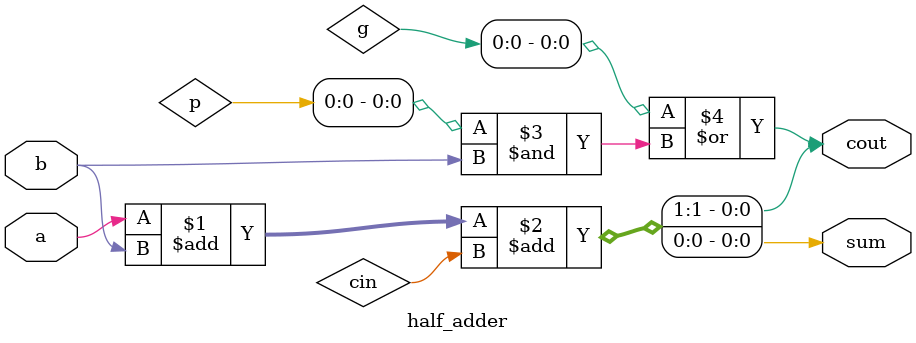
<source format=v>
module half_adder( 
input a, b,
output cout, sum );

wire [2:0] g, p;

assign {cout, sum} = a + b + cin;
assign cout = g[0] | (p[0] & b[0]);

endmodule

</source>
